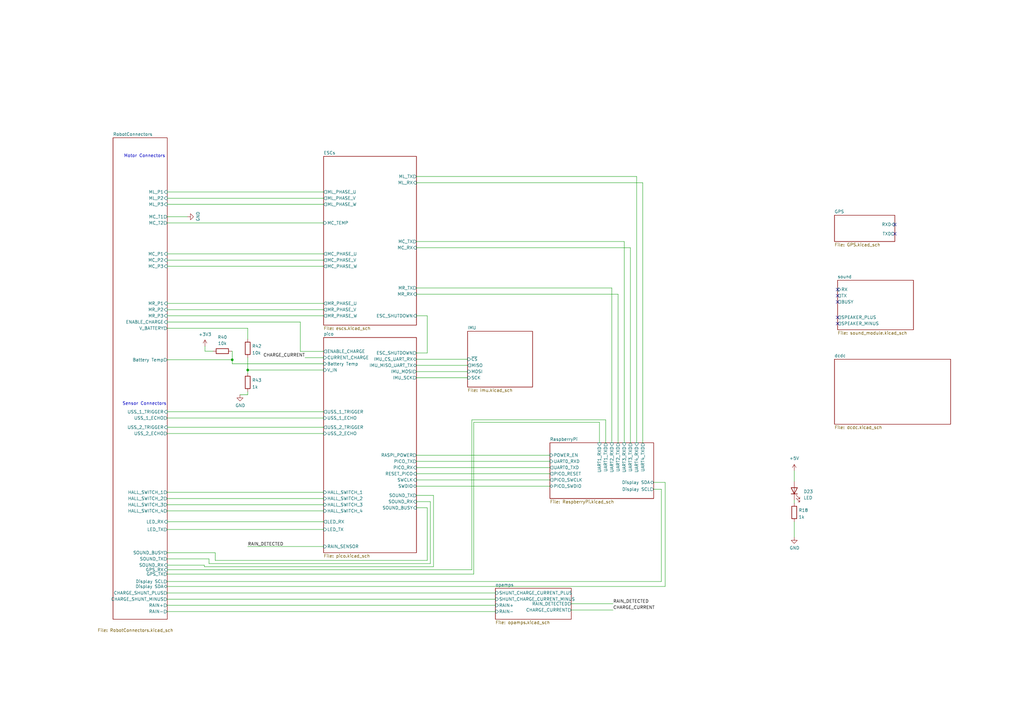
<source format=kicad_sch>
(kicad_sch (version 20230121) (generator eeschema)

  (uuid c454102f-dc92-4550-9492-797fc8e6b49c)

  (paper "A3")

  (lib_symbols
    (symbol "Device:LED" (pin_numbers hide) (pin_names (offset 1.016) hide) (in_bom yes) (on_board yes)
      (property "Reference" "D" (at 0 2.54 0)
        (effects (font (size 1.27 1.27)))
      )
      (property "Value" "LED" (at 0 -2.54 0)
        (effects (font (size 1.27 1.27)))
      )
      (property "Footprint" "" (at 0 0 0)
        (effects (font (size 1.27 1.27)) hide)
      )
      (property "Datasheet" "~" (at 0 0 0)
        (effects (font (size 1.27 1.27)) hide)
      )
      (property "ki_keywords" "LED diode" (at 0 0 0)
        (effects (font (size 1.27 1.27)) hide)
      )
      (property "ki_description" "Light emitting diode" (at 0 0 0)
        (effects (font (size 1.27 1.27)) hide)
      )
      (property "ki_fp_filters" "LED* LED_SMD:* LED_THT:*" (at 0 0 0)
        (effects (font (size 1.27 1.27)) hide)
      )
      (symbol "LED_0_1"
        (polyline
          (pts
            (xy -1.27 -1.27)
            (xy -1.27 1.27)
          )
          (stroke (width 0.254) (type default))
          (fill (type none))
        )
        (polyline
          (pts
            (xy -1.27 0)
            (xy 1.27 0)
          )
          (stroke (width 0) (type default))
          (fill (type none))
        )
        (polyline
          (pts
            (xy 1.27 -1.27)
            (xy 1.27 1.27)
            (xy -1.27 0)
            (xy 1.27 -1.27)
          )
          (stroke (width 0.254) (type default))
          (fill (type none))
        )
        (polyline
          (pts
            (xy -3.048 -0.762)
            (xy -4.572 -2.286)
            (xy -3.81 -2.286)
            (xy -4.572 -2.286)
            (xy -4.572 -1.524)
          )
          (stroke (width 0) (type default))
          (fill (type none))
        )
        (polyline
          (pts
            (xy -1.778 -0.762)
            (xy -3.302 -2.286)
            (xy -2.54 -2.286)
            (xy -3.302 -2.286)
            (xy -3.302 -1.524)
          )
          (stroke (width 0) (type default))
          (fill (type none))
        )
      )
      (symbol "LED_1_1"
        (pin passive line (at -3.81 0 0) (length 2.54)
          (name "K" (effects (font (size 1.27 1.27))))
          (number "1" (effects (font (size 1.27 1.27))))
        )
        (pin passive line (at 3.81 0 180) (length 2.54)
          (name "A" (effects (font (size 1.27 1.27))))
          (number "2" (effects (font (size 1.27 1.27))))
        )
      )
    )
    (symbol "Device:R" (pin_numbers hide) (pin_names (offset 0)) (in_bom yes) (on_board yes)
      (property "Reference" "R" (at 2.032 0 90)
        (effects (font (size 1.27 1.27)))
      )
      (property "Value" "R" (at 0 0 90)
        (effects (font (size 1.27 1.27)))
      )
      (property "Footprint" "" (at -1.778 0 90)
        (effects (font (size 1.27 1.27)) hide)
      )
      (property "Datasheet" "~" (at 0 0 0)
        (effects (font (size 1.27 1.27)) hide)
      )
      (property "ki_keywords" "R res resistor" (at 0 0 0)
        (effects (font (size 1.27 1.27)) hide)
      )
      (property "ki_description" "Resistor" (at 0 0 0)
        (effects (font (size 1.27 1.27)) hide)
      )
      (property "ki_fp_filters" "R_*" (at 0 0 0)
        (effects (font (size 1.27 1.27)) hide)
      )
      (symbol "R_0_1"
        (rectangle (start -1.016 -2.54) (end 1.016 2.54)
          (stroke (width 0.254) (type default))
          (fill (type none))
        )
      )
      (symbol "R_1_1"
        (pin passive line (at 0 3.81 270) (length 1.27)
          (name "~" (effects (font (size 1.27 1.27))))
          (number "1" (effects (font (size 1.27 1.27))))
        )
        (pin passive line (at 0 -3.81 90) (length 1.27)
          (name "~" (effects (font (size 1.27 1.27))))
          (number "2" (effects (font (size 1.27 1.27))))
        )
      )
    )
    (symbol "power:+3V3" (power) (pin_names (offset 0)) (in_bom yes) (on_board yes)
      (property "Reference" "#PWR" (at 0 -3.81 0)
        (effects (font (size 1.27 1.27)) hide)
      )
      (property "Value" "+3V3" (at 0 3.556 0)
        (effects (font (size 1.27 1.27)))
      )
      (property "Footprint" "" (at 0 0 0)
        (effects (font (size 1.27 1.27)) hide)
      )
      (property "Datasheet" "" (at 0 0 0)
        (effects (font (size 1.27 1.27)) hide)
      )
      (property "ki_keywords" "global power" (at 0 0 0)
        (effects (font (size 1.27 1.27)) hide)
      )
      (property "ki_description" "Power symbol creates a global label with name \"+3V3\"" (at 0 0 0)
        (effects (font (size 1.27 1.27)) hide)
      )
      (symbol "+3V3_0_1"
        (polyline
          (pts
            (xy -0.762 1.27)
            (xy 0 2.54)
          )
          (stroke (width 0) (type default))
          (fill (type none))
        )
        (polyline
          (pts
            (xy 0 0)
            (xy 0 2.54)
          )
          (stroke (width 0) (type default))
          (fill (type none))
        )
        (polyline
          (pts
            (xy 0 2.54)
            (xy 0.762 1.27)
          )
          (stroke (width 0) (type default))
          (fill (type none))
        )
      )
      (symbol "+3V3_1_1"
        (pin power_in line (at 0 0 90) (length 0) hide
          (name "+3V3" (effects (font (size 1.27 1.27))))
          (number "1" (effects (font (size 1.27 1.27))))
        )
      )
    )
    (symbol "power:+5V" (power) (pin_names (offset 0)) (in_bom yes) (on_board yes)
      (property "Reference" "#PWR" (at 0 -3.81 0)
        (effects (font (size 1.27 1.27)) hide)
      )
      (property "Value" "+5V" (at 0 3.556 0)
        (effects (font (size 1.27 1.27)))
      )
      (property "Footprint" "" (at 0 0 0)
        (effects (font (size 1.27 1.27)) hide)
      )
      (property "Datasheet" "" (at 0 0 0)
        (effects (font (size 1.27 1.27)) hide)
      )
      (property "ki_keywords" "power-flag" (at 0 0 0)
        (effects (font (size 1.27 1.27)) hide)
      )
      (property "ki_description" "Power symbol creates a global label with name \"+5V\"" (at 0 0 0)
        (effects (font (size 1.27 1.27)) hide)
      )
      (symbol "+5V_0_1"
        (polyline
          (pts
            (xy -0.762 1.27)
            (xy 0 2.54)
          )
          (stroke (width 0) (type default))
          (fill (type none))
        )
        (polyline
          (pts
            (xy 0 0)
            (xy 0 2.54)
          )
          (stroke (width 0) (type default))
          (fill (type none))
        )
        (polyline
          (pts
            (xy 0 2.54)
            (xy 0.762 1.27)
          )
          (stroke (width 0) (type default))
          (fill (type none))
        )
      )
      (symbol "+5V_1_1"
        (pin power_in line (at 0 0 90) (length 0) hide
          (name "+5V" (effects (font (size 1.27 1.27))))
          (number "1" (effects (font (size 1.27 1.27))))
        )
      )
    )
    (symbol "power:GND" (power) (pin_names (offset 0)) (in_bom yes) (on_board yes)
      (property "Reference" "#PWR" (at 0 -6.35 0)
        (effects (font (size 1.27 1.27)) hide)
      )
      (property "Value" "GND" (at 0 -3.81 0)
        (effects (font (size 1.27 1.27)))
      )
      (property "Footprint" "" (at 0 0 0)
        (effects (font (size 1.27 1.27)) hide)
      )
      (property "Datasheet" "" (at 0 0 0)
        (effects (font (size 1.27 1.27)) hide)
      )
      (property "ki_keywords" "power-flag" (at 0 0 0)
        (effects (font (size 1.27 1.27)) hide)
      )
      (property "ki_description" "Power symbol creates a global label with name \"GND\" , ground" (at 0 0 0)
        (effects (font (size 1.27 1.27)) hide)
      )
      (symbol "GND_0_1"
        (polyline
          (pts
            (xy 0 0)
            (xy 0 -1.27)
            (xy 1.27 -1.27)
            (xy 0 -2.54)
            (xy -1.27 -1.27)
            (xy 0 -1.27)
          )
          (stroke (width 0) (type default))
          (fill (type none))
        )
      )
      (symbol "GND_1_1"
        (pin power_in line (at 0 0 270) (length 0) hide
          (name "GND" (effects (font (size 1.27 1.27))))
          (number "1" (effects (font (size 1.27 1.27))))
        )
      )
    )
  )

  (junction (at 101.6 151.765) (diameter 0) (color 0 0 0 0)
    (uuid 11cce725-80c8-4a3a-b5ae-cae23f13fa3b)
  )
  (junction (at 95.25 147.574) (diameter 0) (color 0 0 0 0)
    (uuid 7869c53b-416e-4dc8-a676-01eba5dc6cf4)
  )

  (no_connect (at 367.03 92.075) (uuid 0199a3e1-2638-4e34-9e27-3da2307648fa))
  (no_connect (at 343.535 132.715) (uuid 028e1bfd-fedc-4432-a1f1-44ce9b7047ce))
  (no_connect (at 343.535 121.285) (uuid 2594cd38-a45c-4a14-88a0-18fa6eb5ae61))
  (no_connect (at 343.535 123.825) (uuid 5173f749-8ebf-4cdb-96d0-38de72188591))
  (no_connect (at 343.535 118.745) (uuid 5b5cfb16-357c-400b-8cef-f21b16078b74))
  (no_connect (at 343.535 130.175) (uuid 7fe6ed81-c41d-412f-afdc-f0821218ee5e))
  (no_connect (at 367.03 95.885) (uuid e6e2a676-adc6-49ef-8fbb-1d339997c792))

  (wire (pts (xy 68.58 213.995) (xy 132.715 213.995))
    (stroke (width 0) (type default))
    (uuid 008bf71d-2b6f-4fa4-9b95-24a12b07478a)
  )
  (wire (pts (xy 68.58 217.17) (xy 132.715 217.17))
    (stroke (width 0) (type default))
    (uuid 02c78f3d-f260-4ddd-9b78-e921348f536d)
  )
  (wire (pts (xy 84.074 141.986) (xy 84.074 144.018))
    (stroke (width 0) (type default))
    (uuid 06d72b9c-185f-4edd-9bc8-0e74845c63d3)
  )
  (wire (pts (xy 175.26 144.78) (xy 175.26 129.54))
    (stroke (width 0) (type default))
    (uuid 0afd8580-8e18-418f-8a0f-e300e7c1a056)
  )
  (wire (pts (xy 101.6 224.155) (xy 132.715 224.155))
    (stroke (width 0) (type default))
    (uuid 0f717419-8f53-4d0f-b8b7-94b41345ed7e)
  )
  (wire (pts (xy 176.53 231.14) (xy 176.53 205.74))
    (stroke (width 0) (type default))
    (uuid 0f94c15f-e4d1-445d-91df-8a0c6c25ba3c)
  )
  (wire (pts (xy 101.6 153.035) (xy 101.6 151.765))
    (stroke (width 0) (type default))
    (uuid 10c69e94-78a1-48cc-9ef9-a4325ae1437d)
  )
  (wire (pts (xy 68.58 104.14) (xy 132.715 104.14))
    (stroke (width 0) (type default))
    (uuid 11a24927-4dac-4787-9d0d-a987e78db510)
  )
  (wire (pts (xy 68.58 229.235) (xy 85.725 229.235))
    (stroke (width 0) (type default))
    (uuid 1bcdc262-58ac-4804-84a9-610002012b9c)
  )
  (wire (pts (xy 248.412 181.61) (xy 248.412 172.212))
    (stroke (width 0) (type default))
    (uuid 1d1922f5-c3d4-44f2-b041-869acfa67ad6)
  )
  (wire (pts (xy 170.815 205.74) (xy 176.53 205.74))
    (stroke (width 0) (type default))
    (uuid 1e5e95a9-105a-4a66-91df-268e33fa4f92)
  )
  (wire (pts (xy 177.8 232.41) (xy 83.82 232.41))
    (stroke (width 0) (type default))
    (uuid 221e6e3f-7013-41da-a493-bff9e86eeb85)
  )
  (wire (pts (xy 132.715 144.145) (xy 123.19 144.145))
    (stroke (width 0) (type default))
    (uuid 2920abe4-3113-4b26-bf5b-73f26c4847c8)
  )
  (wire (pts (xy 170.815 208.28) (xy 175.26 208.28))
    (stroke (width 0) (type default))
    (uuid 2abc9351-c10f-44f7-8aca-f51aebf48011)
  )
  (wire (pts (xy 248.412 172.212) (xy 193.548 172.212))
    (stroke (width 0) (type default))
    (uuid 2c5408e9-9fc7-4058-80f0-6964144c6a42)
  )
  (wire (pts (xy 68.58 147.574) (xy 95.25 147.574))
    (stroke (width 0) (type default))
    (uuid 2e304b44-7c80-4ae0-a181-520b607767b2)
  )
  (wire (pts (xy 95.25 144.018) (xy 95.25 147.574))
    (stroke (width 0) (type default))
    (uuid 2edfec6e-af5b-4229-874a-cb60796d1cbe)
  )
  (wire (pts (xy 83.82 231.775) (xy 68.58 231.775))
    (stroke (width 0) (type default))
    (uuid 3baab07e-b688-4a49-8046-8b3c2ac8e77b)
  )
  (wire (pts (xy 268.097 197.866) (xy 272.796 197.866))
    (stroke (width 0) (type default))
    (uuid 3edfc9c5-57a5-4590-8f92-9bbdd1ed85ef)
  )
  (wire (pts (xy 68.58 134.62) (xy 101.6 134.62))
    (stroke (width 0) (type default))
    (uuid 424ac2e0-bd12-4c9c-812b-8142984a70a1)
  )
  (wire (pts (xy 101.6 151.765) (xy 132.715 151.765))
    (stroke (width 0) (type default))
    (uuid 46900edb-0352-4b18-867d-5c07c86ed420)
  )
  (wire (pts (xy 68.58 204.47) (xy 132.715 204.47))
    (stroke (width 0) (type default))
    (uuid 55668632-f7b6-4262-b291-114d27c63596)
  )
  (wire (pts (xy 170.815 149.86) (xy 191.77 149.86))
    (stroke (width 0) (type default))
    (uuid 5777203d-d331-41e9-8b66-db6c66336cc4)
  )
  (wire (pts (xy 177.8 203.2) (xy 177.8 232.41))
    (stroke (width 0) (type default))
    (uuid 58002630-d74a-495f-8062-3307deb34607)
  )
  (wire (pts (xy 84.074 144.018) (xy 87.376 144.018))
    (stroke (width 0) (type default))
    (uuid 5d5d1855-aea1-4287-9f14-06c289414bb7)
  )
  (wire (pts (xy 95.25 149.225) (xy 132.715 149.225))
    (stroke (width 0) (type default))
    (uuid 5db520a7-3750-45a1-9fd0-a4b05146c5b4)
  )
  (wire (pts (xy 170.815 191.77) (xy 225.552 191.77))
    (stroke (width 0) (type default))
    (uuid 61957a74-d52f-4c0d-84c4-d87fd0157d0d)
  )
  (wire (pts (xy 68.58 209.55) (xy 132.715 209.55))
    (stroke (width 0) (type default))
    (uuid 61afec29-d5f4-4d52-a2a8-b263a2fcd50d)
  )
  (wire (pts (xy 175.26 208.28) (xy 175.26 229.87))
    (stroke (width 0) (type default))
    (uuid 62f6193c-5d5a-44a7-b67b-720b2df34682)
  )
  (wire (pts (xy 85.725 229.235) (xy 85.725 231.14))
    (stroke (width 0) (type default))
    (uuid 64a4cedb-b872-4d6d-a2d5-b2804254933e)
  )
  (wire (pts (xy 170.815 194.31) (xy 225.552 194.31))
    (stroke (width 0) (type default))
    (uuid 64df10ae-5049-48af-b17b-1db6cb12d326)
  )
  (wire (pts (xy 68.58 81.28) (xy 132.715 81.28))
    (stroke (width 0) (type default))
    (uuid 64e76b1e-288d-4619-a345-b53455ed68d0)
  )
  (wire (pts (xy 68.58 78.74) (xy 132.715 78.74))
    (stroke (width 0) (type default))
    (uuid 6534d445-078b-4c99-bca1-d0968048f39f)
  )
  (wire (pts (xy 101.6 161.925) (xy 101.6 160.655))
    (stroke (width 0) (type default))
    (uuid 675a3e66-d641-4028-83b2-53d07b0c7fba)
  )
  (wire (pts (xy 68.58 226.695) (xy 88.265 226.695))
    (stroke (width 0) (type default))
    (uuid 6867b6a4-9acf-4352-9107-16714e30add7)
  )
  (wire (pts (xy 272.796 240.538) (xy 272.796 197.866))
    (stroke (width 0) (type default))
    (uuid 68cc914c-7e5d-4851-b5fa-823e1e86844d)
  )
  (wire (pts (xy 68.58 88.9) (xy 76.835 88.9))
    (stroke (width 0) (type default))
    (uuid 6ce1e508-96a9-4fd8-89b0-272892dfe871)
  )
  (wire (pts (xy 170.815 196.85) (xy 225.552 196.85))
    (stroke (width 0) (type default))
    (uuid 6f34314e-5136-49ce-aa81-eebca2968f8e)
  )
  (wire (pts (xy 68.58 207.01) (xy 132.715 207.01))
    (stroke (width 0) (type default))
    (uuid 73d832d7-2a16-4a0d-a3c7-b1eceb5019e1)
  )
  (wire (pts (xy 263.652 74.93) (xy 263.652 181.61))
    (stroke (width 0) (type default))
    (uuid 74d0208d-c728-4d02-9389-a886504c5449)
  )
  (wire (pts (xy 68.58 177.8) (xy 132.715 177.8))
    (stroke (width 0) (type default))
    (uuid 769b8d4e-7f1d-4519-a60d-ec596105ac4d)
  )
  (wire (pts (xy 68.58 129.54) (xy 132.715 129.54))
    (stroke (width 0) (type default))
    (uuid 769e6278-8c9f-48d2-97a3-d7cf9df81cea)
  )
  (wire (pts (xy 170.815 203.2) (xy 177.8 203.2))
    (stroke (width 0) (type default))
    (uuid 7ad6be98-fb86-4220-b74b-e274ffab078d)
  )
  (wire (pts (xy 101.6 146.685) (xy 101.6 151.765))
    (stroke (width 0) (type default))
    (uuid 7b21f4d8-a977-495f-b22b-d95a3377ff11)
  )
  (wire (pts (xy 258.572 101.6) (xy 258.572 181.61))
    (stroke (width 0) (type default))
    (uuid 7b5b98ec-6ff9-472b-aaaf-5aa41805b2d5)
  )
  (wire (pts (xy 94.996 144.018) (xy 95.25 144.018))
    (stroke (width 0) (type default))
    (uuid 7b8219cb-6a27-4eea-9b9f-ff3c54af80a8)
  )
  (wire (pts (xy 245.872 181.61) (xy 245.872 173.228))
    (stroke (width 0) (type default))
    (uuid 80dc8fd0-ea43-4d24-91a5-120beaedc701)
  )
  (wire (pts (xy 170.815 154.94) (xy 191.77 154.94))
    (stroke (width 0) (type default))
    (uuid 84e089f0-8153-4e01-8b72-30d674044571)
  )
  (wire (pts (xy 88.265 229.87) (xy 88.265 226.695))
    (stroke (width 0) (type default))
    (uuid 88014a50-7516-4f28-99b9-3e1580a99065)
  )
  (wire (pts (xy 245.872 173.228) (xy 194.31 173.228))
    (stroke (width 0) (type default))
    (uuid 8a4312ec-fa8a-4a09-b779-98748ee76db9)
  )
  (wire (pts (xy 68.58 175.26) (xy 132.715 175.26))
    (stroke (width 0) (type default))
    (uuid 8df59e59-7837-4dba-881b-c123934df075)
  )
  (wire (pts (xy 101.6 134.62) (xy 101.6 139.065))
    (stroke (width 0) (type default))
    (uuid 8e15f480-aff5-4f41-91bd-f6819729e3aa)
  )
  (wire (pts (xy 83.82 231.775) (xy 83.82 232.41))
    (stroke (width 0) (type default))
    (uuid 8f96ad7e-81d5-4b6f-8c67-70bc1f804e77)
  )
  (wire (pts (xy 85.725 231.14) (xy 176.53 231.14))
    (stroke (width 0) (type default))
    (uuid 91b67776-3fff-4b92-96bd-915f00b80b7a)
  )
  (wire (pts (xy 132.715 146.685) (xy 125.095 146.685))
    (stroke (width 0) (type default))
    (uuid 953d406a-8586-4ef8-a36c-d16724b1440c)
  )
  (wire (pts (xy 193.548 172.212) (xy 193.548 233.68))
    (stroke (width 0) (type default))
    (uuid 95839ba4-db51-41d8-8605-2f7de9388f9a)
  )
  (wire (pts (xy 170.815 74.93) (xy 263.652 74.93))
    (stroke (width 0) (type default))
    (uuid 967974d8-cb32-450e-a579-60e248549ec3)
  )
  (wire (pts (xy 170.815 118.11) (xy 250.952 118.11))
    (stroke (width 0) (type default))
    (uuid 97283267-2351-499f-b98a-71bf3a0081c3)
  )
  (wire (pts (xy 325.755 213.995) (xy 325.755 220.345))
    (stroke (width 0) (type default))
    (uuid a45249cb-e521-44bd-8e77-68121352b04a)
  )
  (wire (pts (xy 68.58 243.205) (xy 203.2 243.205))
    (stroke (width 0) (type default))
    (uuid a6ea5284-2cb4-4674-8021-96dbdea68536)
  )
  (wire (pts (xy 325.755 193.04) (xy 325.755 197.485))
    (stroke (width 0) (type default))
    (uuid a8b668c3-2467-466f-9c64-737a80703608)
  )
  (wire (pts (xy 68.58 168.91) (xy 132.715 168.91))
    (stroke (width 0) (type default))
    (uuid a9cab050-9539-45f5-a17c-541c940f2d5c)
  )
  (wire (pts (xy 170.815 199.39) (xy 225.552 199.39))
    (stroke (width 0) (type default))
    (uuid ad01dcdc-efb7-4e74-9e97-3a87d57de8eb)
  )
  (wire (pts (xy 68.58 91.44) (xy 132.715 91.44))
    (stroke (width 0) (type default))
    (uuid ade09a4f-3cbe-410e-966f-886d4c6f31ae)
  )
  (wire (pts (xy 170.815 152.4) (xy 191.77 152.4))
    (stroke (width 0) (type default))
    (uuid b1e5abb9-ee09-4743-8fc6-cbc8c16fdb33)
  )
  (wire (pts (xy 95.25 147.574) (xy 95.25 149.225))
    (stroke (width 0) (type default))
    (uuid b394d591-4535-4e14-8dfb-d64b7b528588)
  )
  (wire (pts (xy 123.19 144.145) (xy 123.19 132.08))
    (stroke (width 0) (type default))
    (uuid b41d4f5f-bec5-4d55-9bc9-80aff9c6a63a)
  )
  (wire (pts (xy 68.58 124.46) (xy 132.715 124.46))
    (stroke (width 0) (type default))
    (uuid b8c3c954-2b70-44da-ad2f-74a25a972588)
  )
  (wire (pts (xy 170.815 147.32) (xy 191.77 147.32))
    (stroke (width 0) (type default))
    (uuid baf40fe2-65dc-4f0d-94f7-284fb2239c93)
  )
  (wire (pts (xy 234.315 250.19) (xy 251.46 250.19))
    (stroke (width 0) (type default))
    (uuid bb090b51-ce42-407e-ab32-d70b20774e00)
  )
  (wire (pts (xy 194.31 173.228) (xy 194.31 235.458))
    (stroke (width 0) (type default))
    (uuid bbdd405f-229f-4c7a-a8d9-c67b6641468a)
  )
  (wire (pts (xy 193.548 233.68) (xy 68.58 233.68))
    (stroke (width 0) (type default))
    (uuid bc899e7e-486a-4793-b910-f43c6a72a531)
  )
  (wire (pts (xy 194.31 235.458) (xy 68.58 235.458))
    (stroke (width 0) (type default))
    (uuid be4d58d9-81ea-4e66-a3fe-c03e018be5d6)
  )
  (wire (pts (xy 175.26 129.54) (xy 170.815 129.54))
    (stroke (width 0) (type default))
    (uuid bf916539-328f-48c8-9696-f149f141beb4)
  )
  (wire (pts (xy 271.272 238.506) (xy 68.58 238.506))
    (stroke (width 0) (type default))
    (uuid bfb9b978-8742-4479-9e64-4497346afa3a)
  )
  (wire (pts (xy 268.097 200.66) (xy 271.272 200.66))
    (stroke (width 0) (type default))
    (uuid c103f015-9f42-42b3-bde1-659b75afaf4c)
  )
  (wire (pts (xy 261.112 72.39) (xy 261.112 181.61))
    (stroke (width 0) (type default))
    (uuid c1232b11-e397-4af6-8e0d-ab8d79b0dec0)
  )
  (wire (pts (xy 68.58 83.82) (xy 132.715 83.82))
    (stroke (width 0) (type default))
    (uuid c318a61a-f011-4343-ae73-5cc72cf3d88c)
  )
  (wire (pts (xy 68.58 127) (xy 132.715 127))
    (stroke (width 0) (type default))
    (uuid c4536ddd-217b-482a-9007-2477bb0cbd45)
  )
  (wire (pts (xy 68.58 250.825) (xy 203.2 250.825))
    (stroke (width 0) (type default))
    (uuid c625b2ec-65c8-474d-b5d8-2864ec90cb26)
  )
  (wire (pts (xy 123.19 132.08) (xy 68.58 132.08))
    (stroke (width 0) (type default))
    (uuid c7c26be6-3ae7-406b-9e6c-85002dbcc202)
  )
  (wire (pts (xy 170.815 189.23) (xy 225.552 189.23))
    (stroke (width 0) (type default))
    (uuid c92b1eb1-6573-4077-aa65-0b9c5816b8e8)
  )
  (wire (pts (xy 256.032 99.06) (xy 256.032 181.61))
    (stroke (width 0) (type default))
    (uuid ca976671-6130-47f7-ab5b-04ca8e912617)
  )
  (wire (pts (xy 170.815 144.78) (xy 175.26 144.78))
    (stroke (width 0) (type default))
    (uuid ce3deb70-960a-4e35-aa0c-0164d477bca1)
  )
  (wire (pts (xy 68.58 245.745) (xy 203.2 245.745))
    (stroke (width 0) (type default))
    (uuid cff31c05-71fd-4ef2-a5bf-e274fb8fe81b)
  )
  (wire (pts (xy 170.815 101.6) (xy 258.572 101.6))
    (stroke (width 0) (type default))
    (uuid d04eae05-0e75-4ac7-82e2-bf3d325f18fa)
  )
  (wire (pts (xy 325.755 205.105) (xy 325.755 206.375))
    (stroke (width 0) (type default))
    (uuid d0eec2f5-1e43-49b0-8fdc-41e71ccd47c2)
  )
  (wire (pts (xy 98.425 161.925) (xy 101.6 161.925))
    (stroke (width 0) (type default))
    (uuid d11a458d-b760-4c9d-892e-0e8265e4e258)
  )
  (wire (pts (xy 68.58 240.538) (xy 272.796 240.538))
    (stroke (width 0) (type default))
    (uuid d358667f-4b04-402c-9315-edce524327dd)
  )
  (wire (pts (xy 68.58 106.68) (xy 132.715 106.68))
    (stroke (width 0) (type default))
    (uuid d3b6dacf-e819-4520-b624-c3cec182a688)
  )
  (wire (pts (xy 253.492 120.65) (xy 253.492 181.61))
    (stroke (width 0) (type default))
    (uuid d5dd25b6-5c8e-488f-a233-c3d2774f71dd)
  )
  (wire (pts (xy 170.815 120.65) (xy 253.492 120.65))
    (stroke (width 0) (type default))
    (uuid da0edede-9c03-4fdf-841f-99ba8b87d3c6)
  )
  (wire (pts (xy 170.815 72.39) (xy 261.112 72.39))
    (stroke (width 0) (type default))
    (uuid dc6f6c73-b722-4f8a-b773-c3515f15198c)
  )
  (wire (pts (xy 68.58 248.285) (xy 203.2 248.285))
    (stroke (width 0) (type default))
    (uuid de4c3791-a8f2-4358-a373-8ae684b5e3e0)
  )
  (wire (pts (xy 170.815 99.06) (xy 256.032 99.06))
    (stroke (width 0) (type default))
    (uuid df39d11b-3f66-4f3d-a8b9-ab4e0d98bb1e)
  )
  (wire (pts (xy 68.58 109.22) (xy 132.715 109.22))
    (stroke (width 0) (type default))
    (uuid e844a6d4-3b7a-43f4-b4a0-7c7703d5ce98)
  )
  (wire (pts (xy 170.815 186.69) (xy 225.552 186.69))
    (stroke (width 0) (type default))
    (uuid ed085f45-490f-496b-858f-3a61845c236f)
  )
  (wire (pts (xy 271.272 200.66) (xy 271.272 238.506))
    (stroke (width 0) (type default))
    (uuid f3497cd2-1f61-461e-925e-fd6057e47e2f)
  )
  (wire (pts (xy 68.58 171.45) (xy 132.715 171.45))
    (stroke (width 0) (type default))
    (uuid f38b701f-acb7-4138-b23a-e4a8b7749c3f)
  )
  (wire (pts (xy 175.26 229.87) (xy 88.265 229.87))
    (stroke (width 0) (type default))
    (uuid f55bb5e0-9f0a-4cd2-bbe4-39bbffd5da41)
  )
  (wire (pts (xy 68.58 201.93) (xy 132.715 201.93))
    (stroke (width 0) (type default))
    (uuid f58e00ba-b1a8-4366-9dd4-020fa9b48988)
  )
  (wire (pts (xy 250.952 118.11) (xy 250.952 181.61))
    (stroke (width 0) (type default))
    (uuid f8815044-1df5-4374-a72d-8932414285b5)
  )
  (wire (pts (xy 234.315 247.65) (xy 251.46 247.65))
    (stroke (width 0) (type default))
    (uuid fad9340f-4b6e-452e-ae29-c2b680269d2a)
  )

  (text "Sensor Connectors" (at 50.165 166.37 0)
    (effects (font (size 1.27 1.27)) (justify left bottom))
    (uuid 5fddebe3-26dc-43a3-9abd-0cc12ded5aeb)
  )
  (text "Motor Connectors" (at 50.8 64.77 0)
    (effects (font (size 1.27 1.27)) (justify left bottom))
    (uuid d8853240-0b36-4575-a768-d15ca97ab24d)
  )

  (label "RAIN_DETECTED" (at 251.46 247.65 0) (fields_autoplaced)
    (effects (font (size 1.27 1.27)) (justify left bottom))
    (uuid 151e5d6f-db2c-4cff-9f93-132440c3f951)
  )
  (label "RAIN_DETECTED" (at 101.6 224.155 0) (fields_autoplaced)
    (effects (font (size 1.27 1.27)) (justify left bottom))
    (uuid 5b903466-680e-4c70-82bc-4043a737c739)
  )
  (label "CHARGE_CURRENT" (at 125.095 146.685 180) (fields_autoplaced)
    (effects (font (size 1.27 1.27)) (justify right bottom))
    (uuid 85304938-f609-4353-a450-f7805a6557f8)
  )
  (label "CHARGE_CURRENT" (at 251.46 250.19 0) (fields_autoplaced)
    (effects (font (size 1.27 1.27)) (justify left bottom))
    (uuid 8e7d8538-861e-431f-828d-78f6d4422736)
  )

  (symbol (lib_id "power:GND") (at 325.755 220.345 0) (unit 1)
    (in_bom yes) (on_board yes) (dnp no)
    (uuid 0570482d-ad9c-4d16-bef5-895ed39c3c46)
    (property "Reference" "#PWR0178" (at 325.755 226.695 0)
      (effects (font (size 1.27 1.27)) hide)
    )
    (property "Value" "GND" (at 325.882 224.7392 0)
      (effects (font (size 1.27 1.27)))
    )
    (property "Footprint" "" (at 325.755 220.345 0)
      (effects (font (size 1.27 1.27)) hide)
    )
    (property "Datasheet" "" (at 325.755 220.345 0)
      (effects (font (size 1.27 1.27)) hide)
    )
    (pin "1" (uuid c912a42c-4696-40aa-9161-484b88bd35c7))
    (instances
      (project "OM Landroid MB"
        (path "/c454102f-dc92-4550-9492-797fc8e6b49c"
          (reference "#PWR0178") (unit 1)
        )
      )
    )
  )

  (symbol (lib_id "Device:R") (at 101.6 156.845 180) (unit 1)
    (in_bom yes) (on_board yes) (dnp no) (fields_autoplaced)
    (uuid 337218a4-f7e6-49fb-bf47-c6a7dfeb6461)
    (property "Reference" "R43" (at 103.378 155.9365 0)
      (effects (font (size 1.27 1.27)) (justify right))
    )
    (property "Value" "1k" (at 103.378 158.7116 0)
      (effects (font (size 1.27 1.27)) (justify right))
    )
    (property "Footprint" "Resistor_SMD:R_0805_2012Metric_Pad1.20x1.40mm_HandSolder" (at 103.378 156.845 90)
      (effects (font (size 1.27 1.27)) hide)
    )
    (property "Datasheet" "~" (at 101.6 156.845 0)
      (effects (font (size 1.27 1.27)) hide)
    )
    (property "Stock_PN" "R-805-1K-.125W-1%" (at 101.6 156.845 0)
      (effects (font (size 1.27 1.27)) hide)
    )
    (property "Digikey" "311-1.00KCRCT-ND" (at 101.6 156.845 0)
      (effects (font (size 1.27 1.27)) hide)
    )
    (property "Part Number" "RC0805FR-071KL" (at 101.6 156.845 0)
      (effects (font (size 1.27 1.27)) hide)
    )
    (property "LCSC" "C95781" (at 101.6 156.845 0)
      (effects (font (size 1.27 1.27)) hide)
    )
    (pin "1" (uuid 783de35c-70d2-4375-bbfe-9e7888c0ca0a))
    (pin "2" (uuid dcef7be2-ba0b-45f5-9f06-13bdf4784a69))
    (instances
      (project "OM Landroid MB"
        (path "/c454102f-dc92-4550-9492-797fc8e6b49c"
          (reference "R43") (unit 1)
        )
      )
    )
  )

  (symbol (lib_id "Device:R") (at 101.6 142.875 180) (unit 1)
    (in_bom yes) (on_board yes) (dnp no) (fields_autoplaced)
    (uuid 39149ed3-901e-42ad-8979-f89404722e91)
    (property "Reference" "R42" (at 103.378 141.9665 0)
      (effects (font (size 1.27 1.27)) (justify right))
    )
    (property "Value" "10k" (at 103.378 144.7416 0)
      (effects (font (size 1.27 1.27)) (justify right))
    )
    (property "Footprint" "Resistor_SMD:R_0805_2012Metric_Pad1.20x1.40mm_HandSolder" (at 103.378 142.875 90)
      (effects (font (size 1.27 1.27)) hide)
    )
    (property "Datasheet" "~" (at 101.6 142.875 0)
      (effects (font (size 1.27 1.27)) hide)
    )
    (property "Digikey" "738-RMCF0805FG10K0CT-ND" (at 101.6 142.875 0)
      (effects (font (size 1.27 1.27)) hide)
    )
    (property "Part Number" "RMCF0805FG10K0" (at 101.6 142.875 0)
      (effects (font (size 1.27 1.27)) hide)
    )
    (property "Stock_PN" "R-805-10K-.125W-1%" (at 101.6 142.875 0)
      (effects (font (size 1.27 1.27)) hide)
    )
    (property "LCSC" "C17414" (at 101.6 142.875 0)
      (effects (font (size 1.27 1.27)) hide)
    )
    (pin "1" (uuid ccf4f39e-59e5-4dda-89f4-ae79e9685929))
    (pin "2" (uuid eb478885-6c70-4a44-a17c-af69a37d4ed8))
    (instances
      (project "OM Landroid MB"
        (path "/c454102f-dc92-4550-9492-797fc8e6b49c"
          (reference "R42") (unit 1)
        )
      )
    )
  )

  (symbol (lib_id "Device:LED") (at 325.755 201.295 90) (unit 1)
    (in_bom yes) (on_board yes) (dnp no) (fields_autoplaced)
    (uuid 4c15432e-0b4a-4edc-9a64-374720a40215)
    (property "Reference" "D23" (at 329.565 201.6124 90)
      (effects (font (size 1.27 1.27)) (justify right))
    )
    (property "Value" "LED" (at 329.565 204.1524 90)
      (effects (font (size 1.27 1.27)) (justify right))
    )
    (property "Footprint" "LED_SMD:LED_0805_2012Metric" (at 325.755 201.295 0)
      (effects (font (size 1.27 1.27)) hide)
    )
    (property "Datasheet" "~" (at 325.755 201.295 0)
      (effects (font (size 1.27 1.27)) hide)
    )
    (property "Digikey" "L62505CT-ND" (at 325.755 201.295 0)
      (effects (font (size 1.27 1.27)) hide)
    )
    (property "Part Number" "CMD17-21VGD/TR8" (at 325.755 201.295 0)
      (effects (font (size 1.27 1.27)) hide)
    )
    (property "Stock_PN" "LED-805-GREEN" (at 325.755 201.295 0)
      (effects (font (size 1.27 1.27)) hide)
    )
    (property "LCSC" "C84257" (at 325.755 201.295 0)
      (effects (font (size 1.27 1.27)) hide)
    )
    (property "Sim.Enable" "0" (at 325.755 201.295 0)
      (effects (font (size 1.27 1.27)) hide)
    )
    (pin "1" (uuid b6a79a6b-7d8f-44a0-96f4-2e2acde265f0))
    (pin "2" (uuid 20c2544f-7fbc-4b63-84ae-8594029f4add))
    (instances
      (project "OM Landroid MB"
        (path "/c454102f-dc92-4550-9492-797fc8e6b49c"
          (reference "D23") (unit 1)
        )
      )
    )
  )

  (symbol (lib_id "power:GND") (at 98.425 161.925 0) (unit 1)
    (in_bom yes) (on_board yes) (dnp no)
    (uuid 6fa195f5-b642-4845-adbc-c17568efcf28)
    (property "Reference" "#PWR0112" (at 98.425 168.275 0)
      (effects (font (size 1.27 1.27)) hide)
    )
    (property "Value" "GND" (at 98.552 166.3192 0)
      (effects (font (size 1.27 1.27)))
    )
    (property "Footprint" "" (at 98.425 161.925 0)
      (effects (font (size 1.27 1.27)) hide)
    )
    (property "Datasheet" "" (at 98.425 161.925 0)
      (effects (font (size 1.27 1.27)) hide)
    )
    (pin "1" (uuid c3352541-6c78-4a38-8b4c-af946c23773f))
    (instances
      (project "OM Landroid MB"
        (path "/c454102f-dc92-4550-9492-797fc8e6b49c"
          (reference "#PWR0112") (unit 1)
        )
      )
    )
  )

  (symbol (lib_id "power:GND") (at 76.835 88.9 90) (unit 1)
    (in_bom yes) (on_board yes) (dnp no)
    (uuid 70f10a57-2f3c-42e6-acfc-8037f12c833f)
    (property "Reference" "#PWR0110" (at 83.185 88.9 0)
      (effects (font (size 1.27 1.27)) hide)
    )
    (property "Value" "GND" (at 81.2292 88.773 0)
      (effects (font (size 1.27 1.27)))
    )
    (property "Footprint" "" (at 76.835 88.9 0)
      (effects (font (size 1.27 1.27)) hide)
    )
    (property "Datasheet" "" (at 76.835 88.9 0)
      (effects (font (size 1.27 1.27)) hide)
    )
    (pin "1" (uuid 7aa1f650-5e03-4fc7-bec0-fb6e24a0cc27))
    (instances
      (project "OM Landroid MB"
        (path "/c454102f-dc92-4550-9492-797fc8e6b49c"
          (reference "#PWR0110") (unit 1)
        )
      )
    )
  )

  (symbol (lib_id "power:+5V") (at 325.755 193.04 0) (unit 1)
    (in_bom yes) (on_board yes) (dnp no) (fields_autoplaced)
    (uuid 889c752a-b04b-4077-951c-6ffd29f5a39c)
    (property "Reference" "#PWR0179" (at 325.755 196.85 0)
      (effects (font (size 1.27 1.27)) hide)
    )
    (property "Value" "+5V" (at 325.755 187.96 0)
      (effects (font (size 1.27 1.27)))
    )
    (property "Footprint" "" (at 325.755 193.04 0)
      (effects (font (size 1.27 1.27)) hide)
    )
    (property "Datasheet" "" (at 325.755 193.04 0)
      (effects (font (size 1.27 1.27)) hide)
    )
    (pin "1" (uuid 55a66f3f-cf2c-4b6a-9f6c-074d4ff60740))
    (instances
      (project "OM Landroid MB"
        (path "/c454102f-dc92-4550-9492-797fc8e6b49c"
          (reference "#PWR0179") (unit 1)
        )
      )
    )
  )

  (symbol (lib_id "Device:R") (at 91.186 144.018 270) (unit 1)
    (in_bom yes) (on_board yes) (dnp no) (fields_autoplaced)
    (uuid c232cb11-8a68-4dce-bb4f-c439c1318049)
    (property "Reference" "R40" (at 91.186 138.303 90)
      (effects (font (size 1.27 1.27)))
    )
    (property "Value" "10k" (at 91.186 140.843 90)
      (effects (font (size 1.27 1.27)))
    )
    (property "Footprint" "Resistor_SMD:R_0805_2012Metric_Pad1.20x1.40mm_HandSolder" (at 91.186 142.24 90)
      (effects (font (size 1.27 1.27)) hide)
    )
    (property "Datasheet" "~" (at 91.186 144.018 0)
      (effects (font (size 1.27 1.27)) hide)
    )
    (property "Digikey" "738-RMCF0805FG10K0CT-ND" (at 91.186 144.018 0)
      (effects (font (size 1.27 1.27)) hide)
    )
    (property "Part Number" "RMCF0805FG10K0" (at 91.186 144.018 0)
      (effects (font (size 1.27 1.27)) hide)
    )
    (property "Stock_PN" "R-805-10K-.125W-1%" (at 91.186 144.018 0)
      (effects (font (size 1.27 1.27)) hide)
    )
    (property "LCSC" "C17414" (at 91.186 144.018 0)
      (effects (font (size 1.27 1.27)) hide)
    )
    (pin "1" (uuid 52fdbe48-59a5-4ba3-990d-549b897421f5))
    (pin "2" (uuid eaf2b716-3b32-439b-951a-5da9561ff14d))
    (instances
      (project "OM Landroid MB"
        (path "/c454102f-dc92-4550-9492-797fc8e6b49c"
          (reference "R40") (unit 1)
        )
      )
    )
  )

  (symbol (lib_id "Device:R") (at 325.755 210.185 180) (unit 1)
    (in_bom yes) (on_board yes) (dnp no) (fields_autoplaced)
    (uuid ecf4e879-2155-47ff-a552-04fe15db6414)
    (property "Reference" "R18" (at 327.533 209.2765 0)
      (effects (font (size 1.27 1.27)) (justify right))
    )
    (property "Value" "1k" (at 327.533 212.0516 0)
      (effects (font (size 1.27 1.27)) (justify right))
    )
    (property "Footprint" "Resistor_SMD:R_0805_2012Metric_Pad1.20x1.40mm_HandSolder" (at 327.533 210.185 90)
      (effects (font (size 1.27 1.27)) hide)
    )
    (property "Datasheet" "~" (at 325.755 210.185 0)
      (effects (font (size 1.27 1.27)) hide)
    )
    (property "Stock_PN" "R-805-1K-.125W-1%" (at 325.755 210.185 0)
      (effects (font (size 1.27 1.27)) hide)
    )
    (property "Digikey" "311-1.00KCRCT-ND" (at 325.755 210.185 0)
      (effects (font (size 1.27 1.27)) hide)
    )
    (property "Part Number" "RC0805FR-071KL" (at 325.755 210.185 0)
      (effects (font (size 1.27 1.27)) hide)
    )
    (property "LCSC" "C95781" (at 325.755 210.185 0)
      (effects (font (size 1.27 1.27)) hide)
    )
    (pin "1" (uuid a8d6e7d9-db73-4b71-8e91-4a27caff8fb9))
    (pin "2" (uuid 4badca64-b277-4708-be99-1f7e92632ea6))
    (instances
      (project "OM Landroid MB"
        (path "/c454102f-dc92-4550-9492-797fc8e6b49c"
          (reference "R18") (unit 1)
        )
      )
    )
  )

  (symbol (lib_id "power:+3V3") (at 84.074 141.986 0) (unit 1)
    (in_bom yes) (on_board yes) (dnp no) (fields_autoplaced)
    (uuid f33450fc-aad2-4289-b5d1-34325432dae1)
    (property "Reference" "#PWR03" (at 84.074 145.796 0)
      (effects (font (size 1.27 1.27)) hide)
    )
    (property "Value" "+3V3" (at 84.074 137.16 0)
      (effects (font (size 1.27 1.27)))
    )
    (property "Footprint" "" (at 84.074 141.986 0)
      (effects (font (size 1.27 1.27)) hide)
    )
    (property "Datasheet" "" (at 84.074 141.986 0)
      (effects (font (size 1.27 1.27)) hide)
    )
    (pin "1" (uuid 5cc93445-8ab1-4514-836d-5e0f9cb41d69))
    (instances
      (project "OM Landroid MB"
        (path "/c454102f-dc92-4550-9492-797fc8e6b49c"
          (reference "#PWR03") (unit 1)
        )
      )
    )
  )

  (sheet (at 46.355 56.515) (size 22.225 197.485)
    (stroke (width 0) (type solid))
    (fill (color 0 0 0 0.0000))
    (uuid 00000000-0000-0000-0000-000061040c60)
    (property "Sheetname" "RobotConnectors" (at 46.355 55.8034 0)
      (effects (font (size 1.27 1.27)) (justify left bottom))
    )
    (property "Sheetfile" "RobotConnectors.kicad_sch" (at 40.005 257.7596 0)
      (effects (font (size 1.27 1.27)) (justify left top))
    )
    (pin "MR_P3" input (at 68.58 129.54 0)
      (effects (font (size 1.27 1.27)) (justify right))
      (uuid 269f19c3-6824-45a8-be29-fa58d70cbb42)
    )
    (pin "MR_P2" input (at 68.58 127 0)
      (effects (font (size 1.27 1.27)) (justify right))
      (uuid da481376-0e49-44d3-91b8-aaa39b869dd1)
    )
    (pin "MR_P1" input (at 68.58 124.46 0)
      (effects (font (size 1.27 1.27)) (justify right))
      (uuid f988d6ea-11c5-4837-b1d1-5c292ded50c6)
    )
    (pin "MC_P3" input (at 68.58 109.22 0)
      (effects (font (size 1.27 1.27)) (justify right))
      (uuid d3e133b7-2c84-4206-a2b1-e693cb57fe56)
    )
    (pin "MC_P2" input (at 68.58 106.68 0)
      (effects (font (size 1.27 1.27)) (justify right))
      (uuid 9aaeec6e-84fe-4644-b0bc-5de24626ff48)
    )
    (pin "MC_P1" input (at 68.58 104.14 0)
      (effects (font (size 1.27 1.27)) (justify right))
      (uuid 2e0a9f64-1b78-4597-8d50-d12d2268a95a)
    )
    (pin "ML_P2" input (at 68.58 81.28 0)
      (effects (font (size 1.27 1.27)) (justify right))
      (uuid 1dfbf353-5b24-4c0f-8322-8fcd514ae75e)
    )
    (pin "ML_P1" input (at 68.58 78.74 0)
      (effects (font (size 1.27 1.27)) (justify right))
      (uuid e0c7ddff-8c90-465f-be62-21fb49b059fa)
    )
    (pin "MC_T1" output (at 68.58 88.9 0)
      (effects (font (size 1.27 1.27)) (justify right))
      (uuid 96db52e2-6336-4f5e-846e-528c594d0509)
    )
    (pin "MC_T2" output (at 68.58 91.44 0)
      (effects (font (size 1.27 1.27)) (justify right))
      (uuid 59fc765e-1357-4c94-9529-5635418c7d73)
    )
    (pin "ML_P3" input (at 68.58 83.82 0)
      (effects (font (size 1.27 1.27)) (justify right))
      (uuid 84f36b63-3871-4f90-8620-601d640bd44d)
    )
    (pin "USS_1_TRIGGER" input (at 68.58 168.91 0)
      (effects (font (size 1.27 1.27)) (justify right))
      (uuid 93179806-69a6-43fe-9d83-5f39c81da900)
    )
    (pin "USS_2_TRIGGER" input (at 68.58 175.26 0)
      (effects (font (size 1.27 1.27)) (justify right))
      (uuid 1e50f4bc-24a9-4da1-bfb5-9ae390963a14)
    )
    (pin "USS_2_ECHO" output (at 68.58 177.8 0)
      (effects (font (size 1.27 1.27)) (justify right))
      (uuid 88aaddf7-19d0-4f88-96ee-22da0bbab945)
    )
    (pin "USS_1_ECHO" output (at 68.58 171.45 0)
      (effects (font (size 1.27 1.27)) (justify right))
      (uuid 78742807-2f39-4104-a828-f6cd5ef5d603)
    )
    (pin "HALL_SWITCH_1" output (at 68.58 201.93 0)
      (effects (font (size 1.27 1.27)) (justify right))
      (uuid 53a3f406-06d3-48f1-a795-8559173f3b47)
    )
    (pin "HALL_SWITCH_3" output (at 68.58 207.01 0)
      (effects (font (size 1.27 1.27)) (justify right))
      (uuid e12cab91-aad2-4278-8daf-25b78e40a467)
    )
    (pin "HALL_SWITCH_2" output (at 68.58 204.47 0)
      (effects (font (size 1.27 1.27)) (justify right))
      (uuid 0143a486-8b88-449c-ab45-08453e17f2ad)
    )
    (pin "HALL_SWITCH_4" output (at 68.58 209.55 0)
      (effects (font (size 1.27 1.27)) (justify right))
      (uuid ca9a4f5b-086b-4126-a8b2-5c2fd9c5e20d)
    )
    (pin "RAIN+" output (at 68.58 248.285 0)
      (effects (font (size 1.27 1.27)) (justify right))
      (uuid 7b92496e-8832-462c-9134-c9933855ed1d)
    )
    (pin "RAIN-" output (at 68.58 250.825 0)
      (effects (font (size 1.27 1.27)) (justify right))
      (uuid b9a00662-2443-46dd-9087-2d5927a9cf73)
    )
    (pin "LED_TX" output (at 68.58 217.17 0)
      (effects (font (size 1.27 1.27)) (justify right))
      (uuid ea634f17-5138-4e79-ae03-c992be47a030)
    )
    (pin "LED_RX" input (at 68.58 213.995 0)
      (effects (font (size 1.27 1.27)) (justify right))
      (uuid 316f758f-fa3e-4a88-8401-5a6b9c518723)
    )
    (pin "CHARGE_SHUNT_PLUS" output (at 68.58 243.205 0)
      (effects (font (size 1.27 1.27)) (justify right))
      (uuid 986d4720-736e-424d-9f5f-f7ba753dbfe1)
    )
    (pin "CHARGE_SHUNT_MINUS" output (at 68.58 245.745 0)
      (effects (font (size 1.27 1.27)) (justify right))
      (uuid 68ec3b04-e2b7-4bd6-a6a5-46c668a8338c)
    )
    (pin "ENABLE_CHARGE" input (at 68.58 132.08 0)
      (effects (font (size 1.27 1.27)) (justify right))
      (uuid c4ee5d6d-f02e-4abd-a7c0-6fd340101d5b)
    )
    (pin "V_BATTERY" output (at 68.58 134.62 0)
      (effects (font (size 1.27 1.27)) (justify right))
      (uuid 70821572-c238-423f-86a0-48ee851deab1)
    )
    (pin "SOUND_BUSY" output (at 68.58 226.695 0)
      (effects (font (size 1.27 1.27)) (justify right))
      (uuid 890c8333-f659-4853-8582-b002ffe0e3b1)
    )
    (pin "SOUND_TX" output (at 68.58 229.235 0)
      (effects (font (size 1.27 1.27)) (justify right))
      (uuid a090419e-e876-490d-af96-82733640d6f6)
    )
    (pin "SOUND_RX" input (at 68.58 231.775 0)
      (effects (font (size 1.27 1.27)) (justify right))
      (uuid 76f6dfe2-2712-4b0f-b75e-e9098b8dd6ac)
    )
    (pin "GPS_TX" output (at 68.58 235.458 0)
      (effects (font (size 1.27 1.27)) (justify right))
      (uuid d3943f9b-339f-46e4-ac0b-68431a23f7a8)
    )
    (pin "GPS_RX" input (at 68.58 233.68 0)
      (effects (font (size 1.27 1.27)) (justify right))
      (uuid 75ec8e04-9d4e-4591-9de1-5dfe47eb1e0e)
    )
    (pin "Display SCL" output (at 68.58 238.506 0)
      (effects (font (size 1.27 1.27)) (justify right))
      (uuid b1bc1f8a-58c0-41f2-ae01-511d0a76e402)
    )
    (pin "Display SDA" bidirectional (at 68.58 240.538 0)
      (effects (font (size 1.27 1.27)) (justify right))
      (uuid 046075cb-2c6a-46cd-afeb-225297ff7ea5)
    )
    (pin "Battery Temp" output (at 68.58 147.574 0)
      (effects (font (size 1.27 1.27)) (justify right))
      (uuid a512df62-0562-40a5-a034-6fb7bd983080)
    )
    (instances
      (project "OM Landroid MB"
        (path "/c454102f-dc92-4550-9492-797fc8e6b49c" (page "2"))
      )
    )
  )

  (sheet (at 225.552 181.61) (size 42.545 22.86) (fields_autoplaced)
    (stroke (width 0) (type solid))
    (fill (color 0 0 0 0.0000))
    (uuid 00000000-0000-0000-0000-000061080954)
    (property "Sheetname" "RaspberryPi" (at 225.552 180.8984 0)
      (effects (font (size 1.27 1.27)) (justify left bottom))
    )
    (property "Sheetfile" "RaspberryPi.kicad_sch" (at 225.552 205.0546 0)
      (effects (font (size 1.27 1.27)) (justify left top))
    )
    (pin "POWER_EN" input (at 225.552 186.69 180)
      (effects (font (size 1.27 1.27)) (justify left))
      (uuid 73c7d2e2-4229-49ea-9296-6cdb3d34d04c)
    )
    (pin "PICO_RESET" output (at 225.552 194.31 180)
      (effects (font (size 1.27 1.27)) (justify left))
      (uuid bfc83d54-6d31-45c1-ae99-1a285f132054)
    )
    (pin "PICO_SWDIO" bidirectional (at 225.552 199.39 180)
      (effects (font (size 1.27 1.27)) (justify left))
      (uuid 772db668-3ae1-4b15-9bdf-96ebe596723c)
    )
    (pin "PICO_SWCLK" output (at 225.552 196.85 180)
      (effects (font (size 1.27 1.27)) (justify left))
      (uuid 861c419f-7464-4477-bb88-ff330f065e45)
    )
    (pin "UART1_TXD" output (at 248.412 181.61 90)
      (effects (font (size 1.27 1.27)) (justify right))
      (uuid 8e600ede-bbe7-4ccf-8f1a-ae878a9a7c26)
    )
    (pin "UART2_TXD" output (at 253.492 181.61 90)
      (effects (font (size 1.27 1.27)) (justify right))
      (uuid d95b0832-b9f4-4c6b-bf2b-ce12b181d8da)
    )
    (pin "UART2_RXD" input (at 250.952 181.61 90)
      (effects (font (size 1.27 1.27)) (justify right))
      (uuid 75f837bd-6a55-4c30-8df9-8c50eacc2669)
    )
    (pin "UART3_RXD" input (at 256.032 181.61 90)
      (effects (font (size 1.27 1.27)) (justify right))
      (uuid d98a747c-ad1e-4321-ae57-c9b7d235af5c)
    )
    (pin "UART4_RXD" input (at 261.112 181.61 90)
      (effects (font (size 1.27 1.27)) (justify right))
      (uuid 77fea73c-934c-45d4-a916-c2d0df3a590d)
    )
    (pin "UART1_RXD" input (at 245.872 181.61 90)
      (effects (font (size 1.27 1.27)) (justify right))
      (uuid 7c134c6e-95f9-4a33-9f0d-812e76539ac6)
    )
    (pin "UART4_TXD" output (at 263.652 181.61 90)
      (effects (font (size 1.27 1.27)) (justify right))
      (uuid 6826f06d-dd7f-4177-8cea-9a58c0ce58e7)
    )
    (pin "UART0_TXD" output (at 225.552 191.77 180)
      (effects (font (size 1.27 1.27)) (justify left))
      (uuid 4e4f66a8-3522-464f-a6a7-2896c68466c4)
    )
    (pin "UART0_RXD" input (at 225.552 189.23 180)
      (effects (font (size 1.27 1.27)) (justify left))
      (uuid 3332d4d4-0e23-4ec9-9615-18fb338c9644)
    )
    (pin "UART3_TXD" output (at 258.572 181.61 90)
      (effects (font (size 1.27 1.27)) (justify right))
      (uuid f83a33c5-c0e4-4dd7-ae06-9d7a004524a4)
    )
    (pin "Display SDA" bidirectional (at 268.097 197.866 0)
      (effects (font (size 1.27 1.27)) (justify right))
      (uuid 53dbd547-bc54-4714-90ff-5ab63c6ab523)
    )
    (pin "Display SCL" output (at 268.097 200.66 0)
      (effects (font (size 1.27 1.27)) (justify right))
      (uuid fdfbfd12-3936-4ceb-bde9-1980f966d92a)
    )
    (instances
      (project "OM Landroid MB"
        (path "/c454102f-dc92-4550-9492-797fc8e6b49c" (page "9"))
      )
    )
  )

  (sheet (at 342.265 88.265) (size 24.765 10.795) (fields_autoplaced)
    (stroke (width 0) (type solid))
    (fill (color 0 0 0 0.0000))
    (uuid 00000000-0000-0000-0000-00006109dce5)
    (property "Sheetname" "GPS" (at 342.265 87.5534 0)
      (effects (font (size 1.27 1.27)) (justify left bottom))
    )
    (property "Sheetfile" "GPS.kicad_sch" (at 342.265 99.6446 0)
      (effects (font (size 1.27 1.27)) (justify left top))
    )
    (pin "RXD" input (at 367.03 92.075 0)
      (effects (font (size 1.27 1.27)) (justify right))
      (uuid d0cd3439-276c-41ba-b38d-f84f6da38415)
    )
    (pin "TXD" output (at 367.03 95.885 0)
      (effects (font (size 1.27 1.27)) (justify right))
      (uuid b854a395-bfc6-4140-9640-75d4f9296771)
    )
    (instances
      (project "OM Landroid MB"
        (path "/c454102f-dc92-4550-9492-797fc8e6b49c" (page "10"))
      )
    )
  )

  (sheet (at 343.535 114.935) (size 31.115 20.32) (fields_autoplaced)
    (stroke (width 0.1524) (type solid))
    (fill (color 0 0 0 0.0000))
    (uuid 7936fd08-09c5-4aba-8422-c848060d3b9f)
    (property "Sheetname" "sound" (at 343.535 114.2234 0)
      (effects (font (size 1.27 1.27)) (justify left bottom))
    )
    (property "Sheetfile" "sound_module.kicad_sch" (at 343.535 135.8396 0)
      (effects (font (size 1.27 1.27)) (justify left top))
    )
    (pin "BUSY" output (at 343.535 123.825 180)
      (effects (font (size 1.27 1.27)) (justify left))
      (uuid 3b23f77a-2dfb-4dc4-bb39-51060e2f6752)
    )
    (pin "TX" output (at 343.535 121.285 180)
      (effects (font (size 1.27 1.27)) (justify left))
      (uuid 7216c81f-578e-4e7a-93e2-6e7e4b0f08f8)
    )
    (pin "RX" input (at 343.535 118.745 180)
      (effects (font (size 1.27 1.27)) (justify left))
      (uuid 6b012b2c-7e90-4f7e-b58f-f2a33cb7580d)
    )
    (pin "SPEAKER_PLUS" output (at 343.535 130.175 180)
      (effects (font (size 1.27 1.27)) (justify left))
      (uuid e73067c5-0bf4-4f44-be33-c28f7b06adae)
    )
    (pin "SPEAKER_MINUS" output (at 343.535 132.715 180)
      (effects (font (size 1.27 1.27)) (justify left))
      (uuid f2b6acd1-ec4b-4a0f-b0b7-2146865b1f2a)
    )
    (instances
      (project "OM Landroid MB"
        (path "/c454102f-dc92-4550-9492-797fc8e6b49c" (page "16"))
      )
    )
  )

  (sheet (at 203.2 241.3) (size 31.115 12.7) (fields_autoplaced)
    (stroke (width 0.1524) (type solid))
    (fill (color 0 0 0 0.0000))
    (uuid 989a400d-9ce2-403e-a19e-ad0a758fe27c)
    (property "Sheetname" "opamps" (at 203.2 240.5884 0)
      (effects (font (size 1.27 1.27)) (justify left bottom))
    )
    (property "Sheetfile" "opamps.kicad_sch" (at 203.2 254.5846 0)
      (effects (font (size 1.27 1.27)) (justify left top))
    )
    (pin "RAIN_DETECTED" output (at 234.315 247.65 0)
      (effects (font (size 1.27 1.27)) (justify right))
      (uuid 44bd1962-6d75-4626-afc0-40e86ad32a59)
    )
    (pin "RAIN-" input (at 203.2 250.825 180)
      (effects (font (size 1.27 1.27)) (justify left))
      (uuid de2c655b-2b6e-4bb5-8769-fcb71bc7546f)
    )
    (pin "RAIN+" input (at 203.2 248.285 180)
      (effects (font (size 1.27 1.27)) (justify left))
      (uuid 69bf3a88-f88c-4097-a0ce-86fbde41e507)
    )
    (pin "CHARGE_CURRENT" output (at 234.315 250.19 0)
      (effects (font (size 1.27 1.27)) (justify right))
      (uuid bc3b1962-e74c-4492-b610-eca9a4b181db)
    )
    (pin "SHUNT_CHARGE_CURRENT_PLUS" input (at 203.2 243.205 180)
      (effects (font (size 1.27 1.27)) (justify left))
      (uuid 6e3839a5-2b40-4f1a-b2da-1efdd99de65c)
    )
    (pin "SHUNT_CHARGE_CURRENT_MINUS" input (at 203.2 245.745 180)
      (effects (font (size 1.27 1.27)) (justify left))
      (uuid 49b41501-eb96-44cd-9c0e-6a338a8f9661)
    )
    (instances
      (project "OM Landroid MB"
        (path "/c454102f-dc92-4550-9492-797fc8e6b49c" (page "15"))
      )
    )
  )

  (sheet (at 132.715 64.135) (size 38.1 69.215) (fields_autoplaced)
    (stroke (width 0.1524) (type solid))
    (fill (color 0 0 0 0.0000))
    (uuid a66eb396-0410-43f5-a37d-ef2abb980a3a)
    (property "Sheetname" "ESCs" (at 132.715 63.4234 0)
      (effects (font (size 1.27 1.27)) (justify left bottom))
    )
    (property "Sheetfile" "escs.kicad_sch" (at 132.715 133.9346 0)
      (effects (font (size 1.27 1.27)) (justify left top))
    )
    (pin "MC_PHASE_V" output (at 132.715 106.68 180)
      (effects (font (size 1.27 1.27)) (justify left))
      (uuid 634b8e06-231f-4b02-bb7c-aeab97b2e041)
    )
    (pin "MC_PHASE_W" output (at 132.715 109.22 180)
      (effects (font (size 1.27 1.27)) (justify left))
      (uuid 12fec1fa-0a74-471f-aa9e-f7b6fdb4d8c5)
    )
    (pin "MC_TEMP" input (at 132.715 91.44 180)
      (effects (font (size 1.27 1.27)) (justify left))
      (uuid e0ae63b5-24d7-458b-9535-08938a32cde1)
    )
    (pin "MC_PHASE_U" output (at 132.715 104.14 180)
      (effects (font (size 1.27 1.27)) (justify left))
      (uuid c059b7e2-87ff-4bbc-84da-06a4bb5356db)
    )
    (pin "MR_TX" output (at 170.815 118.11 0)
      (effects (font (size 1.27 1.27)) (justify right))
      (uuid f32059d3-7084-4ed4-8599-71bbb032ca3e)
    )
    (pin "MR_RX" input (at 170.815 120.65 0)
      (effects (font (size 1.27 1.27)) (justify right))
      (uuid 729819a5-a985-4af6-a3fb-77eac66f6014)
    )
    (pin "ML_PHASE_V" output (at 132.715 81.28 180)
      (effects (font (size 1.27 1.27)) (justify left))
      (uuid a71c8a07-31e9-4493-9b90-becd3ccb5f4e)
    )
    (pin "ML_PHASE_U" output (at 132.715 78.74 180)
      (effects (font (size 1.27 1.27)) (justify left))
      (uuid 0c7fd956-3d56-4e78-9b9e-aeef810393e8)
    )
    (pin "ML_PHASE_W" output (at 132.715 83.82 180)
      (effects (font (size 1.27 1.27)) (justify left))
      (uuid 0d6ef015-65b4-4bf9-92fa-45dfd615e898)
    )
    (pin "MC_TX" output (at 170.815 99.06 0)
      (effects (font (size 1.27 1.27)) (justify right))
      (uuid 7b1b5ad1-f3df-4e72-912c-cbf7446e3706)
    )
    (pin "MC_RX" input (at 170.815 101.6 0)
      (effects (font (size 1.27 1.27)) (justify right))
      (uuid f3d469c6-511f-4d2c-a815-0f8688c9ddd4)
    )
    (pin "ML_RX" input (at 170.815 74.93 0)
      (effects (font (size 1.27 1.27)) (justify right))
      (uuid 187d9bd6-43df-4f1c-b5c8-3a638b0c9ad1)
    )
    (pin "ML_TX" output (at 170.815 72.39 0)
      (effects (font (size 1.27 1.27)) (justify right))
      (uuid fd606b76-030c-497f-ac8a-d35f0acbcc5b)
    )
    (pin "MR_PHASE_V" output (at 132.715 127 180)
      (effects (font (size 1.27 1.27)) (justify left))
      (uuid 9f48ebd9-ca5d-470a-b42c-9a71c6fa0215)
    )
    (pin "MR_PHASE_U" output (at 132.715 124.46 180)
      (effects (font (size 1.27 1.27)) (justify left))
      (uuid b4328897-91fa-4dcb-959b-03ba571eaef5)
    )
    (pin "MR_PHASE_W" output (at 132.715 129.54 180)
      (effects (font (size 1.27 1.27)) (justify left))
      (uuid c52abeb6-7ec5-4a3a-9bd3-400df2ead626)
    )
    (pin "ESC_SHUTDOWN" input (at 170.815 129.54 0)
      (effects (font (size 1.27 1.27)) (justify right))
      (uuid 13752bef-17eb-4c13-bd16-7f8cac28f7a5)
    )
    (instances
      (project "OM Landroid MB"
        (path "/c454102f-dc92-4550-9492-797fc8e6b49c" (page "6"))
      )
    )
  )

  (sheet (at 132.715 138.43) (size 38.1 88.265) (fields_autoplaced)
    (stroke (width 0.1524) (type solid))
    (fill (color 0 0 0 0.0000))
    (uuid c4934db8-1638-4ac4-bd06-84d03b3fc106)
    (property "Sheetname" "pico" (at 132.715 137.7184 0)
      (effects (font (size 1.27 1.27)) (justify left bottom))
    )
    (property "Sheetfile" "pico.kicad_sch" (at 132.715 227.2796 0)
      (effects (font (size 1.27 1.27)) (justify left top))
    )
    (pin "LED_RX" output (at 132.715 213.995 180)
      (effects (font (size 1.27 1.27)) (justify left))
      (uuid 4605768b-96c1-4af4-a885-4ee61719f56a)
    )
    (pin "LED_TX" input (at 132.715 217.17 180)
      (effects (font (size 1.27 1.27)) (justify left))
      (uuid a5325122-9493-4eef-a22d-ad5b71213a7d)
    )
    (pin "CURRENT_CHARGE" input (at 132.715 146.685 180)
      (effects (font (size 1.27 1.27)) (justify left))
      (uuid c2bfaedd-04a0-4f79-bd90-d1eb5ed34914)
    )
    (pin "V_IN" input (at 132.715 151.765 180)
      (effects (font (size 1.27 1.27)) (justify left))
      (uuid 36bbcb7a-7ff1-4c6a-acd9-c1ea305ca4e7)
    )
    (pin "RESET_PICO" input (at 170.815 194.31 0)
      (effects (font (size 1.27 1.27)) (justify right))
      (uuid 1fcd6d78-c993-4f8b-9a15-ae2c182f9296)
    )
    (pin "SOUND_TX" output (at 170.815 203.2 0)
      (effects (font (size 1.27 1.27)) (justify right))
      (uuid fd3a3fc0-31b7-45f5-9945-803de9082686)
    )
    (pin "SOUND_RX" input (at 170.815 205.74 0)
      (effects (font (size 1.27 1.27)) (justify right))
      (uuid c338ef5c-a3c5-497e-a00f-98b4f7ec8fc0)
    )
    (pin "SOUND_BUSY" input (at 170.815 208.28 0)
      (effects (font (size 1.27 1.27)) (justify right))
      (uuid 7733da48-b06a-4fe3-9ad5-bc47269949b6)
    )
    (pin "RAIN_SENSOR" input (at 132.715 224.155 180)
      (effects (font (size 1.27 1.27)) (justify left))
      (uuid e9e070f2-ec3e-407f-af05-83b9391c2f90)
    )
    (pin "USS_1_TRIGGER" output (at 132.715 168.91 180)
      (effects (font (size 1.27 1.27)) (justify left))
      (uuid 8d937b19-08c6-4126-a54d-0091c54a3533)
    )
    (pin "USS_2_TRIGGER" output (at 132.715 175.26 180)
      (effects (font (size 1.27 1.27)) (justify left))
      (uuid 4df18d70-c3a9-413b-9e26-dac217e89beb)
    )
    (pin "USS_1_ECHO" input (at 132.715 171.45 180)
      (effects (font (size 1.27 1.27)) (justify left))
      (uuid 31c23cb2-0703-49b4-b508-f6b556612690)
    )
    (pin "USS_2_ECHO" input (at 132.715 177.8 180)
      (effects (font (size 1.27 1.27)) (justify left))
      (uuid ec36b2b6-5601-4d85-b839-56668fdd31b9)
    )
    (pin "HALL_SWITCH_4" input (at 132.715 209.55 180)
      (effects (font (size 1.27 1.27)) (justify left))
      (uuid 3dd9c050-cd9a-4179-9f6b-41776c59fa6b)
    )
    (pin "HALL_SWITCH_2" input (at 132.715 204.47 180)
      (effects (font (size 1.27 1.27)) (justify left))
      (uuid 731ded83-9094-4420-ab0a-576949b35164)
    )
    (pin "HALL_SWITCH_3" input (at 132.715 207.01 180)
      (effects (font (size 1.27 1.27)) (justify left))
      (uuid 8977aa0b-30fe-4d07-b6a3-fe9698130dbe)
    )
    (pin "HALL_SWITCH_1" input (at 132.715 201.93 180)
      (effects (font (size 1.27 1.27)) (justify left))
      (uuid 2678962f-8cac-43e3-830f-45e046a1e506)
    )
    (pin "IMU_MISO_UART_TX" bidirectional (at 170.815 149.86 0)
      (effects (font (size 1.27 1.27)) (justify right))
      (uuid b2df74cc-7999-4eb1-ae89-6edff48876c9)
    )
    (pin "IMU_SCK" output (at 170.815 154.94 0)
      (effects (font (size 1.27 1.27)) (justify right))
      (uuid a08fac32-dbd0-4678-aa1b-c7ac686746a3)
    )
    (pin "IMU_CS_UART_RX" bidirectional (at 170.815 147.32 0)
      (effects (font (size 1.27 1.27)) (justify right))
      (uuid d63ca2a8-aff0-4fb2-81e6-dacff3e94123)
    )
    (pin "IMU_MOSI" output (at 170.815 152.4 0)
      (effects (font (size 1.27 1.27)) (justify right))
      (uuid b2f5c184-a70e-4604-83f5-38711f6a3073)
    )
    (pin "SWCLK" input (at 170.815 196.85 0)
      (effects (font (size 1.27 1.27)) (justify right))
      (uuid 86f75c2e-9b33-4896-a5e7-7b56b6ef7c8a)
    )
    (pin "SWDIO" bidirectional (at 170.815 199.39 0)
      (effects (font (size 1.27 1.27)) (justify right))
      (uuid 0a7b0105-f948-44d4-91c6-229e02e9f1d6)
    )
    (pin "PICO_TX" output (at 170.815 189.23 0)
      (effects (font (size 1.27 1.27)) (justify right))
      (uuid 9b17b4a7-71e2-42f0-85d8-02d90469df56)
    )
    (pin "PICO_RX" input (at 170.815 191.77 0)
      (effects (font (size 1.27 1.27)) (justify right))
      (uuid 8d9c0b55-7712-4fea-8925-1323c501c1f6)
    )
    (pin "ENABLE_CHARGE" output (at 132.715 144.145 180)
      (effects (font (size 1.27 1.27)) (justify left))
      (uuid a2a0a807-09cb-4ca2-b71b-496398743aad)
    )
    (pin "RASPI_POWER" output (at 170.815 186.69 0)
      (effects (font (size 1.27 1.27)) (justify right))
      (uuid dd8bdac5-95c2-41de-ac2e-85ce06bb3ee4)
    )
    (pin "ESC_SHUTDOWN" output (at 170.815 144.78 0)
      (effects (font (size 1.27 1.27)) (justify right))
      (uuid b002fb6d-4150-4f62-8601-274e23cf5a7f)
    )
    (pin "Battery Temp" input (at 132.715 149.225 180)
      (effects (font (size 1.27 1.27)) (justify left))
      (uuid 4150dc31-eeb9-4876-8145-55ffd4f494f5)
    )
    (instances
      (project "OM Landroid MB"
        (path "/c454102f-dc92-4550-9492-797fc8e6b49c" (page "14"))
      )
    )
  )

  (sheet (at 191.77 135.89) (size 26.67 22.86) (fields_autoplaced)
    (stroke (width 0.1524) (type solid))
    (fill (color 0 0 0 0.0000))
    (uuid df7e4e30-b8d5-4f4b-a24f-39298e982d26)
    (property "Sheetname" "IMU" (at 191.77 135.1784 0)
      (effects (font (size 1.27 1.27)) (justify left bottom))
    )
    (property "Sheetfile" "imu.kicad_sch" (at 191.77 159.3346 0)
      (effects (font (size 1.27 1.27)) (justify left top))
    )
    (pin "SCK" input (at 191.77 154.94 180)
      (effects (font (size 1.27 1.27)) (justify left))
      (uuid d168afcc-1b18-4d52-bf79-986976f38521)
    )
    (pin "MISO" output (at 191.77 149.86 180)
      (effects (font (size 1.27 1.27)) (justify left))
      (uuid 2778c949-5992-4115-bb8c-2d6ffdffd602)
    )
    (pin "MOSI" input (at 191.77 152.4 180)
      (effects (font (size 1.27 1.27)) (justify left))
      (uuid 54384f31-094e-443e-9fea-9e850be335eb)
    )
    (pin "~{CS}" input (at 191.77 147.32 180)
      (effects (font (size 1.27 1.27)) (justify left))
      (uuid 24d1638b-92b1-452e-b6a3-4cde1fdcb067)
    )
    (instances
      (project "OM Landroid MB"
        (path "/c454102f-dc92-4550-9492-797fc8e6b49c" (page "17"))
      )
    )
  )

  (sheet (at 342.265 147.32) (size 47.625 26.67) (fields_autoplaced)
    (stroke (width 0.1524) (type solid))
    (fill (color 0 0 0 0.0000))
    (uuid ea926745-863d-461e-9df3-dbf32112727b)
    (property "Sheetname" "dcdc" (at 342.265 146.6084 0)
      (effects (font (size 1.27 1.27)) (justify left bottom))
    )
    (property "Sheetfile" "dcdc.kicad_sch" (at 342.265 174.5746 0)
      (effects (font (size 1.27 1.27)) (justify left top))
    )
    (instances
      (project "OM Landroid MB"
        (path "/c454102f-dc92-4550-9492-797fc8e6b49c" (page "14"))
      )
    )
  )

  (sheet_instances
    (path "/" (page "1"))
  )
)

</source>
